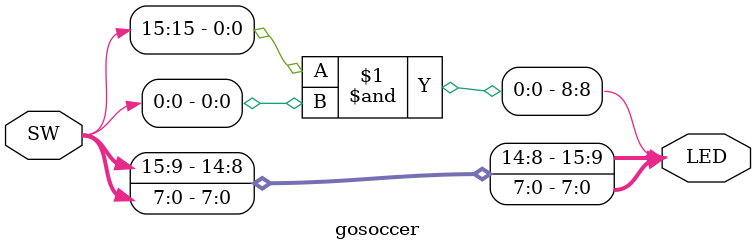
<source format=sv>
`timescale 1ns / 1ps


module gosoccer(
        input logic [15:0] SW,
        output logic [15:0] LED
    );
    assign LED[15:9] = SW[15:9];
    assign LED[7:0] = SW[7:0];
    assign LED[8] = SW[15] & SW[0];
           
endmodule

</source>
